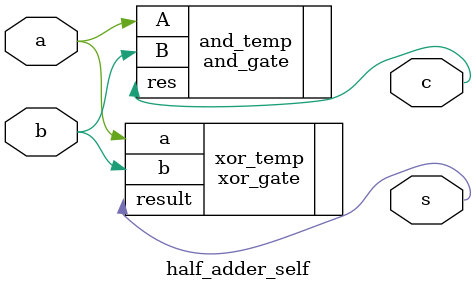
<source format=v>
`include "../xor/xor.v"
`include "../and/and.v"

module half_adder_self(input a, input b, output s, output c);

	xor_gate xor_temp(
		.a(a),
		.b(b), 
		.result(s)
	);
	and_gate and_temp(
		.A(a), 
		.B(b), 
		.res(c)
	);

endmodule
</source>
